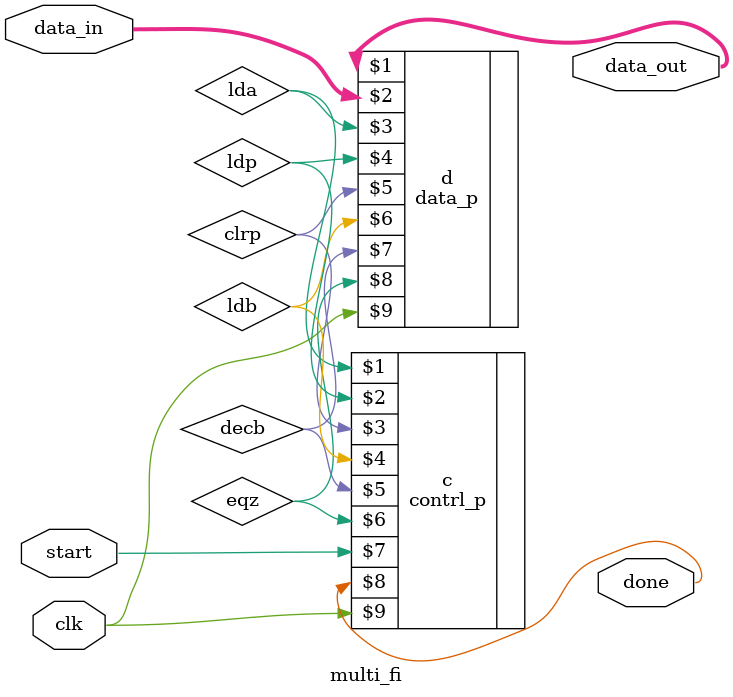
<source format=v>
`timescale 1ns / 1ps
module multi_fi(data_out,data_in,start,done,clk
    );
	 input [15:0] data_in;
	 input start, clk;
	 output [15:0] data_out;
	 output done;
	 
	 wire lda,ldp,clrp,ldb,decb,eqz,start,done;
	 
	 data_p d (data_out,data_in,lda,ldp,clrp,ldb,decb,eqz,clk);
	 contrl_p c (lda,ldp,clrp,ldb,decb,eqz,start,done,clk);
	 
endmodule

</source>
